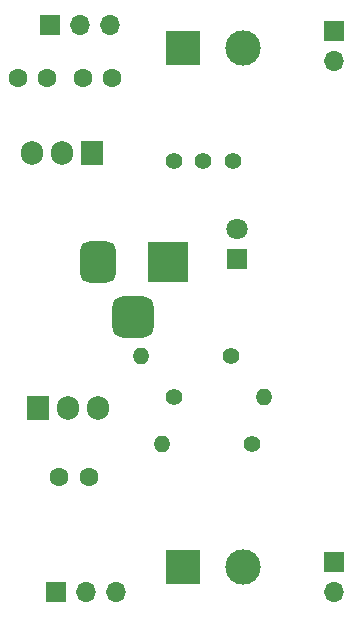
<source format=gts>
%TF.GenerationSoftware,KiCad,Pcbnew,8.0.8*%
%TF.CreationDate,2025-02-11T08:07:39+05:30*%
%TF.ProjectId,bread_board_PS,62726561-645f-4626-9f61-72645f50532e,v0.1*%
%TF.SameCoordinates,Original*%
%TF.FileFunction,Soldermask,Top*%
%TF.FilePolarity,Negative*%
%FSLAX46Y46*%
G04 Gerber Fmt 4.6, Leading zero omitted, Abs format (unit mm)*
G04 Created by KiCad (PCBNEW 8.0.8) date 2025-02-11 08:07:39*
%MOMM*%
%LPD*%
G01*
G04 APERTURE LIST*
G04 Aperture macros list*
%AMRoundRect*
0 Rectangle with rounded corners*
0 $1 Rounding radius*
0 $2 $3 $4 $5 $6 $7 $8 $9 X,Y pos of 4 corners*
0 Add a 4 corners polygon primitive as box body*
4,1,4,$2,$3,$4,$5,$6,$7,$8,$9,$2,$3,0*
0 Add four circle primitives for the rounded corners*
1,1,$1+$1,$2,$3*
1,1,$1+$1,$4,$5*
1,1,$1+$1,$6,$7*
1,1,$1+$1,$8,$9*
0 Add four rect primitives between the rounded corners*
20,1,$1+$1,$2,$3,$4,$5,0*
20,1,$1+$1,$4,$5,$6,$7,0*
20,1,$1+$1,$6,$7,$8,$9,0*
20,1,$1+$1,$8,$9,$2,$3,0*%
G04 Aperture macros list end*
%ADD10R,3.000000X3.000000*%
%ADD11C,3.000000*%
%ADD12C,1.400000*%
%ADD13O,1.400000X1.400000*%
%ADD14R,1.700000X1.700000*%
%ADD15O,1.700000X1.700000*%
%ADD16R,1.905000X2.000000*%
%ADD17O,1.905000X2.000000*%
%ADD18C,1.600000*%
%ADD19C,1.397000*%
%ADD20R,3.500000X3.500000*%
%ADD21RoundRect,0.750000X-0.750000X-1.000000X0.750000X-1.000000X0.750000X1.000000X-0.750000X1.000000X0*%
%ADD22RoundRect,0.875000X-0.875000X-0.875000X0.875000X-0.875000X0.875000X0.875000X-0.875000X0.875000X0*%
%ADD23R,1.800000X1.800000*%
%ADD24C,1.800000*%
G04 APERTURE END LIST*
D10*
%TO.C,J9*%
X143250000Y-29950000D03*
D11*
X148330000Y-29950000D03*
%TD*%
D12*
%TO.C,R2*%
X142470000Y-59525000D03*
D13*
X150090000Y-59525000D03*
%TD*%
D14*
%TO.C,J2*%
X156000000Y-28500000D03*
D15*
X156000000Y-31040000D03*
%TD*%
D16*
%TO.C,U1*%
X135540000Y-38830000D03*
D17*
X133000000Y-38830000D03*
X130460000Y-38830000D03*
%TD*%
D14*
%TO.C,J1*%
X156000000Y-73500000D03*
D15*
X156000000Y-76040000D03*
%TD*%
D12*
%TO.C,R1*%
X147310000Y-56000000D03*
D13*
X139690000Y-56000000D03*
%TD*%
D18*
%TO.C,C2*%
X129250000Y-32525000D03*
X131750000Y-32525000D03*
%TD*%
D16*
%TO.C,U2*%
X130960000Y-60470000D03*
D17*
X133500000Y-60470000D03*
X136040000Y-60470000D03*
%TD*%
D14*
%TO.C,J5*%
X132000000Y-28000000D03*
D15*
X134540000Y-28000000D03*
X137080000Y-28000000D03*
%TD*%
D14*
%TO.C,J4*%
X132475000Y-76025000D03*
D15*
X135015000Y-76025000D03*
X137555000Y-76025000D03*
%TD*%
D19*
%TO.C,S1*%
X142430900Y-39525000D03*
X144930900Y-39525000D03*
X147430900Y-39525000D03*
%TD*%
D18*
%TO.C,C1*%
X134750000Y-32525000D03*
X137250000Y-32525000D03*
%TD*%
D20*
%TO.C,J8*%
X142000000Y-48042500D03*
D21*
X136000000Y-48042500D03*
D22*
X139000000Y-52742500D03*
%TD*%
D10*
%TO.C,J7*%
X143250000Y-73875000D03*
D11*
X148330000Y-73875000D03*
%TD*%
D18*
%TO.C,C3*%
X132750000Y-66275000D03*
X135250000Y-66275000D03*
%TD*%
D12*
%TO.C,R3*%
X149060000Y-63525000D03*
D13*
X141440000Y-63525000D03*
%TD*%
D23*
%TO.C,D1*%
X147830000Y-47800000D03*
D24*
X147830000Y-45260000D03*
%TD*%
M02*

</source>
